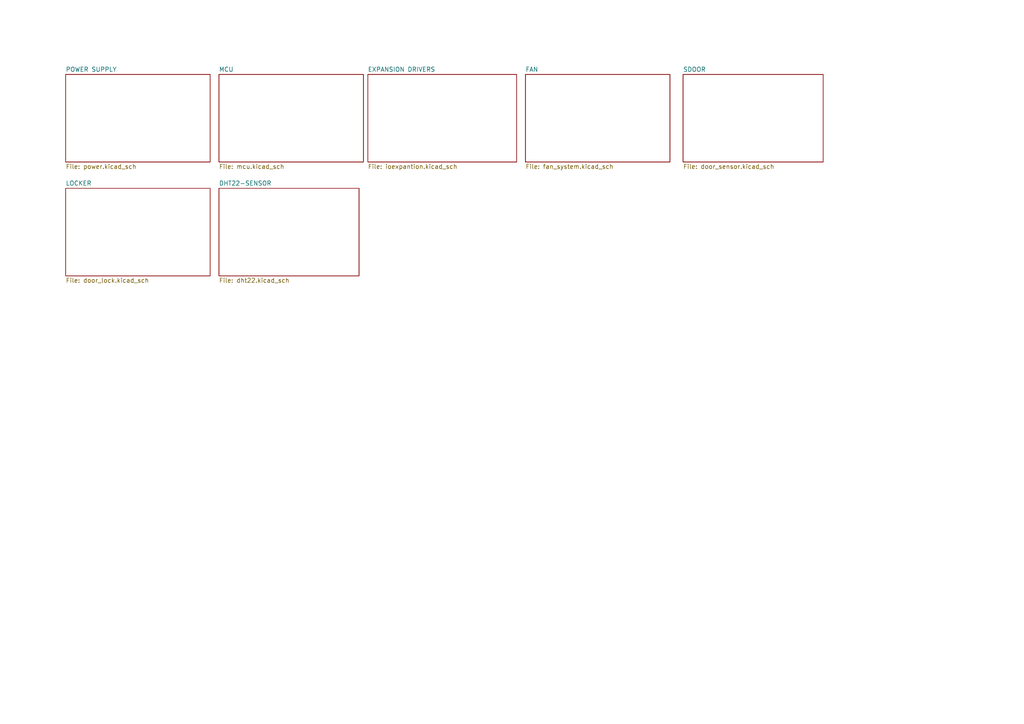
<source format=kicad_sch>
(kicad_sch (version 20230121) (generator eeschema)
  (paper "A4")
  (title_block (title "Project Kratos PCB") (company "Vortex"))
  (lib_symbols)
  (sheet (at 19.05 21.59) (size 41.91 25.4) (stroke (width 0.1524))
    (property "Sheetname" "POWER SUPPLY" (at 19.05 20.8784 0) (effects (justify left bottom)))
    (property "Sheetfile" "power.kicad_sch" (at 19.05 47.5746 0) (effects (justify left top)))
  )
  (sheet (at 152.4 21.59) (size 41.91 25.4) (stroke (width 0.1524))
    (property "Sheetname" "FAN" (at 152.4 20.8784 0) (effects (justify left bottom)))
    (property "Sheetfile" "fan_system.kicad_sch" (at 152.4 47.5746 0) (effects (justify left top)))
  )
  (sheet (at 198.12 21.59) (size 40.64 25.4) (stroke (width 0.1524))
    (property "Sheetname" "SDOOR" (at 198.12 20.8784 0) (effects (justify left bottom)))
    (property "Sheetfile" "door_sensor.kicad_sch" (at 198.12 47.5746 0) (effects (justify left top)))
  )
  (sheet (at 63.5 21.59) (size 41.91 25.4) (stroke (width 0.1524))
    (property "Sheetname" "MCU" (at 63.5 20.8784 0) (effects (justify left bottom)))
    (property "Sheetfile" "mcu.kicad_sch" (at 63.5 47.5746 0) (effects (justify left top)))
  )
  (sheet (at 106.68 21.59) (size 43.18 25.4) (stroke (width 0.1524))
    (property "Sheetname" "EXPANSION DRIVERS" (at 106.68 20.8784 0) (effects (justify left bottom)))
    (property "Sheetfile" "ioexpantion.kicad_sch" (at 106.68 47.5746 0) (effects (justify left top)))
  )
  (sheet (at 63.5 54.61) (size 40.64 25.4) (stroke (width 0.1524))
    (property "Sheetname" "DHT22-SENSOR" (at 63.5 53.8984 0) (effects (justify left bottom)))
    (property "Sheetfile" "dht22.kicad_sch" (at 63.5 80.5946 0) (effects (justify left top)))
  )
  (sheet (at 19.05 54.61) (size 41.91 25.4) (stroke (width 0.1524))
    (property "Sheetname" "LOCKER" (at 19.05 53.8984 0) (effects (justify left bottom)))
    (property "Sheetfile" "door_lock.kicad_sch" (at 19.05 80.5946 0) (effects (justify left top)))
  )
)
</source>
